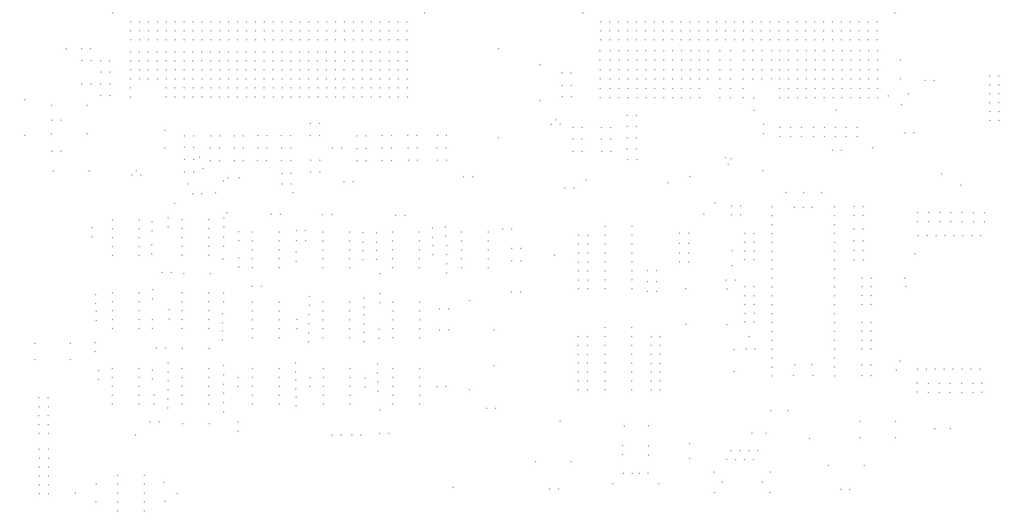
<source format=gbo>
%TF.GenerationSoftware,KiCad,Pcbnew,7.0.5*%
%TF.CreationDate,2023-10-26T11:03:58-04:00*%
%TF.ProjectId,selftest_bd,73656c66-7465-4737-945f-62642e6b6963,2.0*%
%TF.SameCoordinates,Original*%
%TF.FileFunction,Legend,Bot*%
%TF.FilePolarity,Positive*%
%FSLAX46Y46*%
G04 Gerber Fmt 4.6, Leading zero omitted, Abs format (unit mm)*
G04 Created by KiCad (PCBNEW 7.0.5) date 2023-10-26 11:03:58*
%MOMM*%
%LPD*%
G01*
G04 APERTURE LIST*
%ADD10C,0.350000*%
G04 APERTURE END LIST*
D10*
X262941000Y-101922000D03*
X264338000Y-78173000D03*
X267259000Y-71315000D03*
X261925000Y-104462000D03*
X264592000Y-80662200D03*
X263372800Y-28770000D03*
X196901000Y-50995000D03*
X71044000Y-59592300D03*
X69977200Y-72813600D03*
X67818200Y-53877300D03*
X59944200Y-51325200D03*
X221462800Y-30395600D03*
X221259600Y-26890400D03*
X210261400Y-56786200D03*
X207086400Y-59986600D03*
X213221100Y-43813332D03*
X223799600Y-47515200D03*
X214020600Y-45774700D03*
X214820100Y-44175700D03*
X203047800Y-49267800D03*
X70085450Y-50505750D03*
X74574600Y-49623400D03*
X265404800Y-25620400D03*
X173558400Y-50156800D03*
X71298000Y-49598000D03*
X164490600Y-71645200D03*
X56210400Y-56938600D03*
X64313000Y-46931000D03*
X44983600Y-122978600D03*
X63322400Y-43756000D03*
X114681200Y-76928400D03*
X89833833Y-53842300D03*
X205740200Y-26717200D03*
X205740200Y-24117200D03*
X91846600Y-13648665D03*
X91846600Y-16248665D03*
X63959600Y-26548665D03*
X63959600Y-23948665D03*
X243840200Y-26717200D03*
X243840200Y-24117200D03*
X238760200Y-21383200D03*
X238760200Y-18783200D03*
X122859600Y-44548665D03*
X125459600Y-44548665D03*
X215701800Y-98590000D03*
X27923500Y-139564335D03*
X254686000Y-98462200D03*
X252086000Y-98462200D03*
X66559600Y-26548665D03*
X66559600Y-23948665D03*
X248920200Y-15964065D03*
X248920200Y-13364065D03*
X86765187Y-13648665D03*
X86765187Y-16248665D03*
X48559600Y-21348665D03*
X48559600Y-18748665D03*
X233680200Y-26717200D03*
X233680200Y-24117200D03*
X259639000Y-26230000D03*
X202717600Y-73666800D03*
X200117600Y-73666800D03*
X163063200Y-138421800D03*
X165603200Y-138421800D03*
X74422200Y-67560400D03*
X74422200Y-64960400D03*
X185237800Y-38176065D03*
X187837800Y-38176065D03*
X110115200Y-93726200D03*
X110115200Y-96326200D03*
X69828200Y-88398400D03*
X69828200Y-90998400D03*
X121772400Y-60367600D03*
X119172400Y-60367600D03*
X247641200Y-37784065D03*
X247641200Y-35184065D03*
X48644022Y-13648665D03*
X48644022Y-16248665D03*
X61351077Y-13648665D03*
X61351077Y-16248665D03*
X202997000Y-125417000D03*
X191313000Y-120337000D03*
X182880200Y-21383200D03*
X182880200Y-18783200D03*
X185420200Y-21383200D03*
X185420200Y-18783200D03*
X91851005Y-18748665D03*
X91851005Y-21348665D03*
X215981000Y-78808000D03*
X213381000Y-78808000D03*
X211582200Y-15964065D03*
X211582200Y-13364065D03*
X29739600Y-16178665D03*
X32339600Y-16178665D03*
X193552800Y-76115600D03*
X190952800Y-76115600D03*
X182831200Y-26717200D03*
X182831200Y-24117200D03*
X271120600Y-62074000D03*
X271120600Y-59474000D03*
X125948400Y-75221600D03*
X125948400Y-72681600D03*
X125948400Y-70141600D03*
X125948400Y-67601600D03*
X125948400Y-65061600D03*
X118328400Y-65061600D03*
X118328400Y-67601600D03*
X118328400Y-70141600D03*
X118328400Y-72681600D03*
X118328400Y-75221600D03*
X187888600Y-44449865D03*
X185288600Y-44449865D03*
X248920200Y-21383200D03*
X248920200Y-18783200D03*
X180331200Y-21383200D03*
X180331200Y-18783200D03*
X117959600Y-37548665D03*
X115359600Y-37548665D03*
X33723500Y-142164335D03*
X58849600Y-16248665D03*
X58849600Y-13648665D03*
X133742200Y-68921800D03*
X133742200Y-71521800D03*
X126015200Y-114226200D03*
X126015200Y-111686200D03*
X126015200Y-109146200D03*
X126015200Y-106606200D03*
X126015200Y-104066200D03*
X118395200Y-104066200D03*
X118395200Y-106606200D03*
X118395200Y-109146200D03*
X118395200Y-111686200D03*
X118395200Y-114226200D03*
X218757210Y-70463210D03*
X221357210Y-70463210D03*
X89439600Y-51358665D03*
X86839600Y-51358665D03*
X246380200Y-15964065D03*
X246380200Y-13364065D03*
X200660200Y-21383200D03*
X200660200Y-18783200D03*
X54337600Y-63610600D03*
X54337600Y-61010600D03*
X283767800Y-108245000D03*
X283767800Y-110845000D03*
X68975310Y-13648665D03*
X68975310Y-16248665D03*
X173958600Y-68581800D03*
X171358600Y-68581800D03*
X202717600Y-71096800D03*
X200117600Y-71096800D03*
X54661000Y-89887000D03*
X54661000Y-87287000D03*
X112166600Y-18748665D03*
X112166600Y-21348665D03*
X81682365Y-13648665D03*
X81682365Y-16248665D03*
X252457210Y-60363210D03*
X249857210Y-60363210D03*
X97559600Y-47948665D03*
X94959600Y-47948665D03*
X173958600Y-71081800D03*
X171358600Y-71081800D03*
X119859600Y-13648665D03*
X119859600Y-16248665D03*
X218757210Y-83263210D03*
X221357210Y-83263210D03*
X66025200Y-98276200D03*
X58405200Y-98276200D03*
X212268000Y-136339000D03*
X223698000Y-136339000D03*
X213538000Y-129989000D03*
X214808000Y-127449000D03*
X216078000Y-129989000D03*
X217348000Y-127449000D03*
X218618000Y-129989000D03*
X219888000Y-127449000D03*
X221158000Y-129989000D03*
X222428000Y-127449000D03*
X209958000Y-133589000D03*
X210068000Y-139389000D03*
X225898000Y-139389000D03*
X226008000Y-133589000D03*
X84223776Y-13648665D03*
X84223776Y-16248665D03*
X256540200Y-15964065D03*
X256540200Y-13364065D03*
X117959600Y-44648665D03*
X115359600Y-44648665D03*
X122352000Y-5165335D03*
X119812000Y-5165335D03*
X117272000Y-5165335D03*
X114732000Y-5165335D03*
X112192000Y-5165335D03*
X109652000Y-5165335D03*
X107112000Y-5165335D03*
X104572000Y-5165335D03*
X102032000Y-5165335D03*
X99492000Y-5165335D03*
X96952000Y-5165335D03*
X94412000Y-5165335D03*
X91872000Y-5165335D03*
X89332000Y-5165335D03*
X86792000Y-5165335D03*
X84252000Y-5165335D03*
X81712000Y-5165335D03*
X79172000Y-5165335D03*
X76632000Y-5165335D03*
X74092000Y-5165335D03*
X71552000Y-5165335D03*
X69012000Y-5165335D03*
X66472000Y-5165335D03*
X63932000Y-5165335D03*
X61392000Y-5165335D03*
X58852000Y-5165335D03*
X56312000Y-5165335D03*
X53772000Y-5165335D03*
X51232000Y-5165335D03*
X48692000Y-5165335D03*
X46152000Y-5165335D03*
X43612000Y-5165335D03*
X122352000Y-7705335D03*
X119812000Y-7705335D03*
X117272000Y-7705335D03*
X114732000Y-7705335D03*
X112192000Y-7705335D03*
X109652000Y-7705335D03*
X107112000Y-7705335D03*
X104572000Y-7705335D03*
X102032000Y-7705335D03*
X99492000Y-7705335D03*
X96952000Y-7705335D03*
X94412000Y-7705335D03*
X91872000Y-7705335D03*
X89332000Y-7705335D03*
X86792000Y-7705335D03*
X84252000Y-7705335D03*
X81712000Y-7705335D03*
X79172000Y-7705335D03*
X76632000Y-7705335D03*
X74092000Y-7705335D03*
X71552000Y-7705335D03*
X69012000Y-7705335D03*
X66472000Y-7705335D03*
X63932000Y-7705335D03*
X61392000Y-7705335D03*
X58852000Y-7705335D03*
X56312000Y-7705335D03*
X53772000Y-7705335D03*
X51232000Y-7705335D03*
X48692000Y-7705335D03*
X46152000Y-7705335D03*
X43612000Y-7705335D03*
X122352000Y-10245335D03*
X119812000Y-10245335D03*
X117272000Y-10245335D03*
X114732000Y-10245335D03*
X112192000Y-10245335D03*
X109652000Y-10245335D03*
X107112000Y-10245335D03*
X104572000Y-10245335D03*
X102032000Y-10245335D03*
X99492000Y-10245335D03*
X96952000Y-10245335D03*
X94412000Y-10245335D03*
X91872000Y-10245335D03*
X89332000Y-10245335D03*
X86792000Y-10245335D03*
X84252000Y-10245335D03*
X81712000Y-10245335D03*
X79172000Y-10245335D03*
X76632000Y-10245335D03*
X74092000Y-10245335D03*
X71552000Y-10245335D03*
X69012000Y-10245335D03*
X66472000Y-10245335D03*
X63932000Y-10245335D03*
X61392000Y-10245335D03*
X58852000Y-10245335D03*
X56312000Y-10245335D03*
X53772000Y-10245335D03*
X51232000Y-10245335D03*
X48692000Y-10245335D03*
X46152000Y-10245335D03*
X43612000Y-10245335D03*
X127432000Y-2625335D03*
X38532000Y-2625335D03*
X110115200Y-86526200D03*
X110115200Y-83926200D03*
X89369600Y-48278665D03*
X86769600Y-48278665D03*
X53726844Y-13648665D03*
X53726844Y-16248665D03*
X205740200Y-15964065D03*
X205740200Y-13364065D03*
X108059600Y-37648665D03*
X110659600Y-37648665D03*
X131695600Y-86975400D03*
X134295600Y-86975400D03*
X104459600Y-18748665D03*
X104459600Y-21348665D03*
X236220200Y-26717200D03*
X236220200Y-24117200D03*
X198120200Y-26717200D03*
X198120200Y-24117200D03*
X244811200Y-30294000D03*
X63892488Y-13648665D03*
X63892488Y-16248665D03*
X288509600Y-28185800D03*
X291109600Y-28185800D03*
X288569600Y-23105800D03*
X291169600Y-23105800D03*
X58859600Y-21348665D03*
X58859600Y-18748665D03*
X169743800Y-42087665D03*
X172343800Y-42087665D03*
X230391400Y-53826600D03*
X25269600Y-12818665D03*
X17597800Y-137228000D03*
X20197800Y-137228000D03*
X254000200Y-26717200D03*
X254000200Y-24117200D03*
X208331000Y-15996265D03*
X208331000Y-13396265D03*
X51765200Y-119276200D03*
X49165200Y-119276200D03*
X102006600Y-18748665D03*
X102006600Y-21348665D03*
X231140200Y-26717200D03*
X231140200Y-24117200D03*
X54280000Y-107530800D03*
X54280000Y-110130800D03*
X251460200Y-26717200D03*
X251460200Y-24117200D03*
X79156530Y-18748665D03*
X79156530Y-21348665D03*
X46150895Y-18748665D03*
X46150895Y-21348665D03*
X203200200Y-21383200D03*
X203200200Y-18783200D03*
X93451400Y-64634800D03*
X90851400Y-64634800D03*
X195580200Y-26717200D03*
X195580200Y-24117200D03*
X102006600Y-13648665D03*
X102006600Y-16248665D03*
X74066600Y-18748665D03*
X74066600Y-21348665D03*
X261671000Y-123766000D03*
X251511000Y-123766000D03*
X288509600Y-25645800D03*
X291109600Y-25645800D03*
X43599600Y-16248665D03*
X43599600Y-13648665D03*
X252457210Y-57763210D03*
X249857210Y-57763210D03*
X221437000Y-88273000D03*
X218837000Y-88273000D03*
X147215200Y-103186200D03*
X147215200Y-93026200D03*
X187960200Y-26717200D03*
X187960200Y-24117200D03*
X17657800Y-129608000D03*
X20257800Y-129608000D03*
X79859600Y-41048665D03*
X82459600Y-41048665D03*
X35049600Y-16218665D03*
X37649600Y-16218665D03*
X66462055Y-18748665D03*
X66462055Y-21348665D03*
X43586600Y-23948665D03*
X43586600Y-26548665D03*
X170007000Y-52442800D03*
X167407000Y-52442800D03*
X277520600Y-62074000D03*
X277520600Y-59474000D03*
X166561200Y-19664065D03*
X169161200Y-19664065D03*
X205740200Y-21383200D03*
X205740200Y-18783200D03*
X200660200Y-15964065D03*
X200660200Y-13364065D03*
X277267800Y-110845000D03*
X277267800Y-108245000D03*
X17572400Y-114952200D03*
X20172400Y-114952200D03*
X194636200Y-105051600D03*
X192036200Y-105051600D03*
X177531200Y-21383200D03*
X177531200Y-18783200D03*
X94859600Y-37548665D03*
X97459600Y-37548665D03*
X238760200Y-15964065D03*
X238760200Y-13364065D03*
X21056800Y-37050400D03*
X31216800Y-37050400D03*
X47513500Y-144654335D03*
X47513500Y-142114335D03*
X47513500Y-139574335D03*
X47513500Y-137034335D03*
X47513500Y-134494335D03*
X39893500Y-134494335D03*
X39893500Y-137034335D03*
X39893500Y-139574335D03*
X39893500Y-142114335D03*
X39893500Y-144654335D03*
X177831200Y-38574065D03*
X180431200Y-38574065D03*
X195580200Y-15964065D03*
X195580200Y-13364065D03*
X53391000Y-36009000D03*
X256387800Y-5165335D03*
X253847800Y-5165335D03*
X251307800Y-5165335D03*
X248767800Y-5165335D03*
X246227800Y-5165335D03*
X243687800Y-5165335D03*
X241147800Y-5165335D03*
X238607800Y-5165335D03*
X236067800Y-5165335D03*
X233527800Y-5165335D03*
X230987800Y-5165335D03*
X228447800Y-5165335D03*
X225907800Y-5165335D03*
X223367800Y-5165335D03*
X220827800Y-5165335D03*
X218287800Y-5165335D03*
X215747800Y-5165335D03*
X213207800Y-5165335D03*
X210667800Y-5165335D03*
X208127800Y-5165335D03*
X205587800Y-5165335D03*
X203047800Y-5165335D03*
X200507800Y-5165335D03*
X197967800Y-5165335D03*
X195427800Y-5165335D03*
X192887800Y-5165335D03*
X190347800Y-5165335D03*
X187807800Y-5165335D03*
X185267800Y-5165335D03*
X182727800Y-5165335D03*
X180187800Y-5165335D03*
X177647800Y-5165335D03*
X256387800Y-7705335D03*
X253847800Y-7705335D03*
X251307800Y-7705335D03*
X248767800Y-7705335D03*
X246227800Y-7705335D03*
X243687800Y-7705335D03*
X241147800Y-7705335D03*
X238607800Y-7705335D03*
X236067800Y-7705335D03*
X233527800Y-7705335D03*
X230987800Y-7705335D03*
X228447800Y-7705335D03*
X225907800Y-7705335D03*
X223367800Y-7705335D03*
X220827800Y-7705335D03*
X218287800Y-7705335D03*
X215747800Y-7705335D03*
X213207800Y-7705335D03*
X210667800Y-7705335D03*
X208127800Y-7705335D03*
X205587800Y-7705335D03*
X203047800Y-7705335D03*
X200507800Y-7705335D03*
X197967800Y-7705335D03*
X195427800Y-7705335D03*
X192887800Y-7705335D03*
X190347800Y-7705335D03*
X187807800Y-7705335D03*
X185267800Y-7705335D03*
X182727800Y-7705335D03*
X180187800Y-7705335D03*
X177647800Y-7705335D03*
X256387800Y-10245335D03*
X253847800Y-10245335D03*
X251307800Y-10245335D03*
X248767800Y-10245335D03*
X246227800Y-10245335D03*
X243687800Y-10245335D03*
X241147800Y-10245335D03*
X238607800Y-10245335D03*
X236067800Y-10245335D03*
X233527800Y-10245335D03*
X230987800Y-10245335D03*
X228447800Y-10245335D03*
X225907800Y-10245335D03*
X223367800Y-10245335D03*
X220827800Y-10245335D03*
X218287800Y-10245335D03*
X215747800Y-10245335D03*
X213207800Y-10245335D03*
X210667800Y-10245335D03*
X208127800Y-10245335D03*
X205587800Y-10245335D03*
X203047800Y-10245335D03*
X200507800Y-10245335D03*
X197967800Y-10245335D03*
X195427800Y-10245335D03*
X192887800Y-10245335D03*
X190347800Y-10245335D03*
X187807800Y-10245335D03*
X185267800Y-10245335D03*
X182727800Y-10245335D03*
X180187800Y-10245335D03*
X177647800Y-10245335D03*
X261467800Y-2625335D03*
X172567800Y-2625335D03*
X215701800Y-104889200D03*
X86015200Y-75196200D03*
X86015200Y-72656200D03*
X86015200Y-70116200D03*
X86015200Y-67576200D03*
X86015200Y-65036200D03*
X78395200Y-65036200D03*
X78395200Y-67576200D03*
X78395200Y-70116200D03*
X78395200Y-72656200D03*
X78395200Y-75196200D03*
X76599543Y-13648665D03*
X76599543Y-16248665D03*
X122659600Y-37448665D03*
X125259600Y-37448665D03*
X86773215Y-18748665D03*
X86773215Y-21348665D03*
X163550800Y-34358000D03*
X164820800Y-33088000D03*
X166090800Y-34358000D03*
X246283200Y-41698600D03*
X243683200Y-41698600D03*
X70155000Y-113792000D03*
X70155000Y-116392000D03*
X90779800Y-70857800D03*
X90779800Y-73457800D03*
X114759600Y-18748665D03*
X114759600Y-21348665D03*
X203200200Y-26717200D03*
X203200200Y-24117200D03*
X113741400Y-67916000D03*
X113741400Y-65316000D03*
X185187000Y-31775265D03*
X187787000Y-31775265D03*
X187812400Y-41401865D03*
X185212400Y-41401865D03*
X117359600Y-18748665D03*
X117359600Y-21348665D03*
X186588600Y-81271800D03*
X186588600Y-78731800D03*
X186588600Y-76191800D03*
X186588600Y-73651800D03*
X186588600Y-71111800D03*
X186588600Y-68571800D03*
X186588600Y-66031800D03*
X186588600Y-63491800D03*
X178968600Y-63491800D03*
X178968600Y-66031800D03*
X178968600Y-68571800D03*
X178968600Y-71111800D03*
X178968600Y-73651800D03*
X178968600Y-76191800D03*
X178968600Y-78731800D03*
X178968600Y-81271800D03*
X54280000Y-105101600D03*
X54280000Y-102501600D03*
X254686000Y-85762200D03*
X252086000Y-85762200D03*
X107039600Y-13648665D03*
X107039600Y-16248665D03*
X214905000Y-57599000D03*
X217505000Y-57599000D03*
X186436200Y-110151600D03*
X186436200Y-107611600D03*
X186436200Y-105071600D03*
X186436200Y-102531600D03*
X186436200Y-99991600D03*
X186436200Y-97451600D03*
X186436200Y-94911600D03*
X186436200Y-92371600D03*
X178816200Y-92371600D03*
X178816200Y-94911600D03*
X178816200Y-97451600D03*
X178816200Y-99991600D03*
X178816200Y-102531600D03*
X178816200Y-105071600D03*
X178816200Y-107611600D03*
X178816200Y-110151600D03*
X231111000Y-116019000D03*
X226111000Y-116019000D03*
X198120200Y-21383200D03*
X198120200Y-18783200D03*
X114415200Y-92826200D03*
X114415200Y-95426200D03*
X173836200Y-105051600D03*
X171236200Y-105051600D03*
X79759600Y-44648665D03*
X82359600Y-44648665D03*
X254686000Y-95962200D03*
X252086000Y-95962200D03*
X218186200Y-21383200D03*
X218186200Y-18783200D03*
X219888000Y-94937000D03*
X97559600Y-44548665D03*
X94959600Y-44548665D03*
X50215200Y-114126200D03*
X50215200Y-111526200D03*
X94615200Y-83426200D03*
X94615200Y-86026200D03*
X119959600Y-18748665D03*
X119959600Y-21348665D03*
X89259600Y-44648665D03*
X86659600Y-44648665D03*
X93476800Y-67555800D03*
X90876800Y-67555800D03*
X254686000Y-80662200D03*
X252086000Y-80662200D03*
X112259600Y-26548665D03*
X112259600Y-23948665D03*
X46085200Y-71756200D03*
X46085200Y-69216200D03*
X46085200Y-66676200D03*
X46085200Y-64136200D03*
X46085200Y-61596200D03*
X38465200Y-61596200D03*
X38465200Y-64136200D03*
X38465200Y-66676200D03*
X38465200Y-69216200D03*
X38465200Y-71756200D03*
X81695425Y-18748665D03*
X81695425Y-21348665D03*
X254000200Y-15964065D03*
X254000200Y-13364065D03*
X99467690Y-18748665D03*
X99467690Y-21348665D03*
X201854000Y-91381000D03*
X201854000Y-81221000D03*
X173958600Y-65981800D03*
X171358600Y-65981800D03*
X177531200Y-26717200D03*
X177531200Y-24117200D03*
X80903800Y-80586000D03*
X78303800Y-80586000D03*
X129794200Y-68897400D03*
X129794200Y-71497400D03*
X23779200Y-33189600D03*
X21179200Y-33189600D03*
X254686000Y-90862200D03*
X252086000Y-90862200D03*
X177831200Y-35274065D03*
X180431200Y-35274065D03*
X148539400Y-38142600D03*
X148539400Y-12742600D03*
X68986600Y-23948665D03*
X68986600Y-26548665D03*
X112159600Y-13648665D03*
X112159600Y-16248665D03*
X246380200Y-26717200D03*
X246380200Y-24117200D03*
X173836200Y-110151600D03*
X171236200Y-110151600D03*
X101011400Y-123004000D03*
X103611400Y-123004000D03*
X267867800Y-110745000D03*
X267867800Y-108145000D03*
X211582200Y-26717200D03*
X211582200Y-24117200D03*
X130915200Y-109226200D03*
X133515200Y-109226200D03*
X185187000Y-34950265D03*
X187787000Y-34950265D03*
X198120200Y-15964065D03*
X198120200Y-13364065D03*
X194636200Y-99951600D03*
X192036200Y-99951600D03*
X194636200Y-94951600D03*
X192036200Y-94951600D03*
X113970000Y-102654000D03*
X113970000Y-105254000D03*
X89306600Y-13648665D03*
X89306600Y-16248665D03*
X66359600Y-44748665D03*
X68959600Y-44748665D03*
X172291200Y-38484065D03*
X169691200Y-38484065D03*
X173836200Y-102451600D03*
X171236200Y-102451600D03*
X283920600Y-62174000D03*
X283920600Y-59574000D03*
X185420200Y-15964065D03*
X185420200Y-13364065D03*
X263131200Y-16054065D03*
X86015200Y-114226200D03*
X86015200Y-111686200D03*
X86015200Y-109146200D03*
X86015200Y-106606200D03*
X86015200Y-104066200D03*
X78395200Y-104066200D03*
X78395200Y-106606200D03*
X78395200Y-109146200D03*
X78395200Y-111686200D03*
X78395200Y-114226200D03*
X220980200Y-21383200D03*
X220980200Y-18783200D03*
X228600200Y-21383200D03*
X228600200Y-18783200D03*
X58959600Y-37648665D03*
X61559600Y-37648665D03*
X37729600Y-26138665D03*
X35129600Y-26138665D03*
X70205800Y-63598000D03*
X70205800Y-60998000D03*
X46085200Y-92616200D03*
X46085200Y-90076200D03*
X46085200Y-87536200D03*
X46085200Y-84996200D03*
X46085200Y-82456200D03*
X38465200Y-82456200D03*
X38465200Y-84996200D03*
X38465200Y-87536200D03*
X38465200Y-90076200D03*
X38465200Y-92616200D03*
X231781200Y-37784065D03*
X231781200Y-35184065D03*
X180340200Y-15964065D03*
X180340200Y-13364065D03*
X154892200Y-73271800D03*
X152292200Y-73271800D03*
X117175000Y-122597600D03*
X114575000Y-122597600D03*
X58859600Y-26548665D03*
X58859600Y-23948665D03*
X99559600Y-23948665D03*
X99559600Y-26548665D03*
X274320600Y-62074000D03*
X274320600Y-59474000D03*
X122359600Y-13648665D03*
X122359600Y-16248665D03*
X252457210Y-70363210D03*
X249857210Y-70363210D03*
X86893600Y-23948665D03*
X86893600Y-26548665D03*
X272923200Y-121175200D03*
X119959600Y-23948665D03*
X119959600Y-26548665D03*
X166661200Y-23234065D03*
X169261200Y-23234065D03*
X106015200Y-75221600D03*
X106015200Y-72681600D03*
X106015200Y-70141600D03*
X106015200Y-67601600D03*
X106015200Y-65061600D03*
X98395200Y-65061600D03*
X98395200Y-67601600D03*
X98395200Y-70141600D03*
X98395200Y-72681600D03*
X98395200Y-75221600D03*
X254686000Y-93362200D03*
X252086000Y-93362200D03*
X46015200Y-114226200D03*
X46015200Y-111686200D03*
X46015200Y-109146200D03*
X46015200Y-106606200D03*
X46015200Y-104066200D03*
X38395200Y-104066200D03*
X38395200Y-106606200D03*
X38395200Y-109146200D03*
X38395200Y-111686200D03*
X38395200Y-114226200D03*
X74315200Y-109176200D03*
X74315200Y-106576200D03*
X220777000Y-122496000D03*
X101159600Y-41148665D03*
X103759600Y-41148665D03*
X241300200Y-26717200D03*
X241300200Y-24117200D03*
X214630200Y-21383200D03*
X214630200Y-18783200D03*
X106215200Y-114226200D03*
X106215200Y-111686200D03*
X106215200Y-109146200D03*
X106215200Y-106606200D03*
X106215200Y-104066200D03*
X98595200Y-104066200D03*
X98595200Y-106606200D03*
X98595200Y-109146200D03*
X98595200Y-111686200D03*
X98595200Y-114226200D03*
X76617635Y-18748665D03*
X76617635Y-21348665D03*
X17597800Y-127068000D03*
X20197800Y-127068000D03*
X86015200Y-95226200D03*
X86015200Y-92686200D03*
X86015200Y-90146200D03*
X86015200Y-87606200D03*
X86015200Y-85066200D03*
X78395200Y-85066200D03*
X78395200Y-87606200D03*
X78395200Y-90146200D03*
X78395200Y-92686200D03*
X78395200Y-95226200D03*
X194636200Y-97451600D03*
X192036200Y-97451600D03*
X117359600Y-13648665D03*
X117359600Y-16248665D03*
X228600200Y-26717200D03*
X228600200Y-24117200D03*
X224841000Y-122496000D03*
X32229600Y-12788665D03*
X29629600Y-12788665D03*
X141178000Y-49369400D03*
X138578000Y-49369400D03*
X31801000Y-47693000D03*
X21641000Y-47693000D03*
X29689600Y-22838665D03*
X32289600Y-22838665D03*
X135585400Y-137913800D03*
X94815200Y-109226200D03*
X94815200Y-106626200D03*
X89359600Y-23948665D03*
X89359600Y-26548665D03*
X110215200Y-88726200D03*
X110215200Y-91326200D03*
X51259600Y-21348665D03*
X51259600Y-18748665D03*
X114759600Y-13648665D03*
X114759600Y-16248665D03*
X84353600Y-23948665D03*
X84353600Y-26548665D03*
X288509600Y-20565800D03*
X291109600Y-20565800D03*
X195580200Y-21383200D03*
X195580200Y-18783200D03*
X252437000Y-67623000D03*
X249837000Y-67623000D03*
X17572400Y-122572200D03*
X20172400Y-122572200D03*
X191278400Y-128715065D03*
X191278400Y-126115065D03*
X104559600Y-13648665D03*
X104559600Y-16248665D03*
X241300200Y-15964065D03*
X241300200Y-13364065D03*
X223520200Y-15964065D03*
X223520200Y-13364065D03*
X114706600Y-115917400D03*
X37749600Y-19478665D03*
X35149600Y-19478665D03*
X94365200Y-96426200D03*
X94365200Y-93826200D03*
X133559600Y-41048665D03*
X130959600Y-41048665D03*
X53746600Y-23948665D03*
X53746600Y-26548665D03*
X286309000Y-108191200D03*
X286309000Y-110791200D03*
X70155000Y-111092000D03*
X70155000Y-108492000D03*
X224053600Y-36978800D03*
X224053600Y-34378800D03*
X55225200Y-76626200D03*
X52625200Y-76626200D03*
X226314200Y-21334865D03*
X226314200Y-18734865D03*
X177431200Y-15964065D03*
X177431200Y-13364065D03*
X194636200Y-107551600D03*
X192036200Y-107551600D03*
X61389600Y-26548665D03*
X61389600Y-23948665D03*
X182880200Y-15964065D03*
X182880200Y-13364065D03*
X83684000Y-59961200D03*
X86284000Y-59961200D03*
X94386600Y-13648665D03*
X94386600Y-16248665D03*
X13513000Y-37482200D03*
X13513000Y-27322200D03*
X114681200Y-85213400D03*
X114681200Y-82613400D03*
X254686000Y-102991990D03*
X252086000Y-102991990D03*
X234941200Y-37784065D03*
X234941200Y-35184065D03*
X84234320Y-18748665D03*
X84234320Y-21348665D03*
X56306475Y-18748665D03*
X56306475Y-21348665D03*
X218637000Y-72963210D03*
X221237000Y-72963210D03*
X193040200Y-21383200D03*
X193040200Y-18783200D03*
X183848400Y-128555065D03*
X183848400Y-125955065D03*
X208178600Y-21383200D03*
X208178600Y-18783200D03*
X166040000Y-119016200D03*
X169164200Y-130598600D03*
X159004200Y-130598600D03*
X154792400Y-82211600D03*
X152192400Y-82211600D03*
X251460200Y-15964065D03*
X251460200Y-13364065D03*
X243840200Y-21383200D03*
X243840200Y-18783200D03*
X66375200Y-76926200D03*
X58755200Y-76926200D03*
X173836200Y-107551600D03*
X171236200Y-107551600D03*
X109559600Y-26548665D03*
X109559600Y-23948665D03*
X202717600Y-65396800D03*
X200117600Y-65396800D03*
X109659600Y-18748665D03*
X109659600Y-21348665D03*
X56268255Y-13648665D03*
X56268255Y-16248665D03*
X109275600Y-123004000D03*
X106675600Y-123004000D03*
X49715200Y-62176200D03*
X49715200Y-64776200D03*
X173836200Y-100051600D03*
X171236200Y-100051600D03*
X96928795Y-18748665D03*
X96928795Y-21348665D03*
X61306600Y-54144600D03*
X63906600Y-54144600D03*
X184138400Y-133885065D03*
X186638400Y-133885065D03*
X188638400Y-133885065D03*
X191138400Y-133885065D03*
X181068400Y-136885065D03*
X194208400Y-136885065D03*
X193552800Y-79175600D03*
X190952800Y-79175600D03*
X69000950Y-18748665D03*
X69000950Y-21348665D03*
X268135600Y-66085600D03*
X270675600Y-66085600D03*
X273215600Y-66085600D03*
X275755600Y-66085600D03*
X278295600Y-66085600D03*
X280835600Y-66085600D03*
X283375600Y-66085600D03*
X285915600Y-66085600D03*
X35079600Y-22838665D03*
X37679600Y-22838665D03*
X79859600Y-37548665D03*
X82459600Y-37548665D03*
X280720600Y-62074000D03*
X280720600Y-59474000D03*
X220980200Y-15964065D03*
X220980200Y-13364065D03*
X190500200Y-21383200D03*
X190500200Y-18783200D03*
X133659600Y-44548665D03*
X131059600Y-44548665D03*
X250761200Y-37784065D03*
X250761200Y-35184065D03*
X190500200Y-15964065D03*
X190500200Y-13364065D03*
X91846600Y-23948665D03*
X91846600Y-26548665D03*
X66559600Y-37648665D03*
X69159600Y-37648665D03*
X53023500Y-136564335D03*
X287020600Y-62174000D03*
X287020600Y-59574000D03*
X91075200Y-92696200D03*
X91075200Y-90096200D03*
X270150000Y-21785000D03*
X272750000Y-21785000D03*
X17597800Y-139768000D03*
X20197800Y-139768000D03*
X126015200Y-95226200D03*
X126015200Y-92686200D03*
X126015200Y-90146200D03*
X126015200Y-87606200D03*
X126015200Y-85066200D03*
X118395200Y-85066200D03*
X118395200Y-87606200D03*
X118395200Y-90146200D03*
X118395200Y-92686200D03*
X118395200Y-95226200D03*
X194636200Y-102551600D03*
X192036200Y-102551600D03*
X173958600Y-76181800D03*
X171358600Y-76181800D03*
X218757210Y-90763210D03*
X221357210Y-90763210D03*
X75759600Y-44748665D03*
X73159600Y-44748665D03*
X254686000Y-83162200D03*
X252086000Y-83162200D03*
X228771200Y-37784065D03*
X228771200Y-35184065D03*
X122559600Y-23948665D03*
X122559600Y-26548665D03*
X99466600Y-13648665D03*
X99466600Y-16248665D03*
X100969800Y-60113600D03*
X98369800Y-60113600D03*
X108159600Y-41248665D03*
X110759600Y-41248665D03*
X254000200Y-21383200D03*
X254000200Y-18783200D03*
X53565200Y-98176200D03*
X50965200Y-98176200D03*
X254686000Y-106062200D03*
X252086000Y-106062200D03*
X53423500Y-141964335D03*
X74066600Y-23948665D03*
X74066600Y-26548665D03*
X102059600Y-23948665D03*
X102059600Y-26548665D03*
X233680200Y-15964065D03*
X233680200Y-13364065D03*
X194636200Y-110151600D03*
X192036200Y-110151600D03*
X71526600Y-23948665D03*
X71526600Y-26548665D03*
X173958600Y-73681800D03*
X171358600Y-73681800D03*
X274752000Y-48455000D03*
X218757210Y-67963210D03*
X221357210Y-67963210D03*
X193040200Y-26717200D03*
X193040200Y-24117200D03*
X145542200Y-75205600D03*
X145542200Y-72665600D03*
X145542200Y-70125600D03*
X145542200Y-67585600D03*
X145542200Y-65045600D03*
X137922200Y-65045600D03*
X137922200Y-67585600D03*
X137922200Y-70125600D03*
X137922200Y-72665600D03*
X137922200Y-75205600D03*
X271067800Y-110845000D03*
X271067800Y-108245000D03*
X79146600Y-23948665D03*
X79146600Y-26548665D03*
X240551400Y-53826600D03*
X235471400Y-53826600D03*
X274167800Y-110845000D03*
X274167800Y-108245000D03*
X65938600Y-71670600D03*
X65938600Y-69130600D03*
X65938600Y-66590600D03*
X65938600Y-64050600D03*
X65938600Y-61510600D03*
X58318600Y-61510600D03*
X58318600Y-64050600D03*
X58318600Y-66590600D03*
X58318600Y-69130600D03*
X58318600Y-71670600D03*
X61559600Y-47948665D03*
X58959600Y-47948665D03*
X203331200Y-15964065D03*
X203331200Y-13364065D03*
X202997000Y-129735000D03*
X21133000Y-28897000D03*
X31293000Y-28897000D03*
X17512400Y-120032200D03*
X20112400Y-120032200D03*
X104459600Y-50748665D03*
X107059600Y-50748665D03*
X33823500Y-136964335D03*
X185420200Y-26717200D03*
X185420200Y-24117200D03*
X16306200Y-101466600D03*
X26466200Y-101466600D03*
X89159600Y-37548665D03*
X86559600Y-37548665D03*
X193552800Y-81995600D03*
X190952800Y-81995600D03*
X236220200Y-21383200D03*
X236220200Y-18783200D03*
X114071600Y-110461000D03*
X114071600Y-107861000D03*
X223520200Y-21383200D03*
X223520200Y-18783200D03*
X264379144Y-36771000D03*
X266879144Y-36771000D03*
X173836200Y-94851600D03*
X171236200Y-94851600D03*
X108159600Y-44748665D03*
X110759600Y-44748665D03*
X17597800Y-134688000D03*
X20197800Y-134688000D03*
X81686600Y-23948665D03*
X81686600Y-26548665D03*
X226314200Y-15964065D03*
X226314200Y-13364065D03*
X94859600Y-34048665D03*
X97459600Y-34048665D03*
X238277864Y-37784065D03*
X238277864Y-35184065D03*
X104459600Y-23948665D03*
X104459600Y-26548665D03*
X280567800Y-110845000D03*
X280567800Y-108245000D03*
X288569600Y-30725800D03*
X291169600Y-30725800D03*
X110515200Y-106726200D03*
X110515200Y-109326200D03*
X129667200Y-66595200D03*
X129667200Y-63995200D03*
X109871000Y-72981600D03*
X109871000Y-70381600D03*
X173836200Y-97451600D03*
X171236200Y-97451600D03*
X218757210Y-85763000D03*
X221357210Y-85763000D03*
X255244800Y-41020865D03*
X180331200Y-26717200D03*
X180331200Y-24117200D03*
X69828200Y-93298400D03*
X69828200Y-95898400D03*
X177931200Y-42074065D03*
X180531200Y-42074065D03*
X34465200Y-104576200D03*
X34465200Y-107176200D03*
X231140200Y-21383200D03*
X231140200Y-18783200D03*
X152292200Y-69771800D03*
X154892200Y-69771800D03*
X184329400Y-120414465D03*
X280289200Y-51680800D03*
X106015200Y-95226200D03*
X106015200Y-92686200D03*
X106015200Y-90146200D03*
X106015200Y-87606200D03*
X106015200Y-85066200D03*
X98395200Y-85066200D03*
X98395200Y-87606200D03*
X98395200Y-90146200D03*
X98395200Y-92686200D03*
X98395200Y-95226200D03*
X66433899Y-13648665D03*
X66433899Y-16248665D03*
X238760200Y-26717200D03*
X238760200Y-24117200D03*
X277292000Y-121226000D03*
X131695600Y-93035400D03*
X134295600Y-93035400D03*
X97059600Y-26548665D03*
X97059600Y-23948665D03*
X160426600Y-27550800D03*
X160426600Y-17390800D03*
X218757210Y-65463210D03*
X221357210Y-65463210D03*
X187960200Y-15964065D03*
X187960200Y-13364065D03*
X256540200Y-26717200D03*
X256540200Y-24117200D03*
X236220200Y-15964065D03*
X236220200Y-13364065D03*
X56286600Y-23948665D03*
X56286600Y-26548665D03*
X23779200Y-41952600D03*
X21179200Y-41952600D03*
X228600200Y-15964065D03*
X228600200Y-13364065D03*
X213665000Y-91508000D03*
X213665000Y-81348000D03*
X61384265Y-18748665D03*
X61384265Y-21348665D03*
X145125000Y-115384000D03*
X147625000Y-115384000D03*
X241421200Y-37784065D03*
X241421200Y-35184065D03*
X49665200Y-68726200D03*
X49665200Y-71326200D03*
X215176800Y-70446800D03*
X173958600Y-81281800D03*
X171358600Y-81281800D03*
X218186200Y-26717200D03*
X218186200Y-24117200D03*
X74447600Y-72458000D03*
X74447600Y-75058000D03*
X76659600Y-26548665D03*
X76659600Y-23948665D03*
X187960200Y-21383200D03*
X187960200Y-18783200D03*
X246380200Y-21383200D03*
X246380200Y-18783200D03*
X200660200Y-26717200D03*
X200660200Y-24117200D03*
X75759600Y-41148665D03*
X73159600Y-41148665D03*
X215062000Y-74617000D03*
X133381700Y-63596800D03*
X133381700Y-66196800D03*
X113741400Y-70299000D03*
X113741400Y-72899000D03*
X117359600Y-23948665D03*
X117359600Y-26548665D03*
X288569600Y-33265800D03*
X291169600Y-33265800D03*
X65928200Y-114226200D03*
X65928200Y-111686200D03*
X65928200Y-109146200D03*
X65928200Y-106606200D03*
X65928200Y-104066200D03*
X58308200Y-104066200D03*
X58308200Y-106606200D03*
X58308200Y-109146200D03*
X58308200Y-111686200D03*
X58308200Y-114226200D03*
X263131200Y-21394065D03*
X33685200Y-85516200D03*
X33685200Y-82916200D03*
X237210800Y-124045400D03*
X54254600Y-112717000D03*
X54254600Y-115317000D03*
X252457210Y-73063210D03*
X249857210Y-73063210D03*
X71539845Y-18748665D03*
X71539845Y-21348665D03*
X256540200Y-21383200D03*
X256540200Y-18783200D03*
X243840200Y-15964065D03*
X243840200Y-13364065D03*
X90615200Y-102426200D03*
X90615200Y-105026200D03*
X214630200Y-26717200D03*
X214630200Y-24117200D03*
X66040200Y-119778200D03*
X58420200Y-119778200D03*
X122459600Y-18748665D03*
X122459600Y-21348665D03*
X94389900Y-18748665D03*
X94389900Y-21348665D03*
X74168200Y-121865600D03*
X74168200Y-119265600D03*
X33782200Y-90268000D03*
X33782200Y-87668000D03*
X254686000Y-78162200D03*
X252086000Y-78162200D03*
X17512400Y-112412200D03*
X20112400Y-112412200D03*
X53391000Y-41089000D03*
X107159600Y-23948665D03*
X107159600Y-26548665D03*
X49785200Y-90026200D03*
X49785200Y-92626200D03*
X214630200Y-15964065D03*
X214630200Y-13364065D03*
X252457210Y-64273000D03*
X249857210Y-64273000D03*
X221657210Y-98463210D03*
X219057210Y-98463210D03*
X233680200Y-21383200D03*
X233680200Y-18783200D03*
X70128200Y-85098400D03*
X70128200Y-82498400D03*
X211582200Y-21383200D03*
X211582200Y-18783200D03*
X89259600Y-41148665D03*
X86659600Y-41148665D03*
X16256200Y-96816600D03*
X26416200Y-96816600D03*
X56947000Y-139641000D03*
X46129600Y-16248665D03*
X46129600Y-13648665D03*
X214905000Y-60199000D03*
X217505000Y-60199000D03*
X32515200Y-63826200D03*
X32515200Y-66426200D03*
X17512400Y-117492200D03*
X20112400Y-117492200D03*
X117959600Y-41148665D03*
X115359600Y-41148665D03*
X109647766Y-13648665D03*
X109647766Y-16248665D03*
X51185433Y-13648665D03*
X51185433Y-16248665D03*
X90815200Y-114726200D03*
X90815200Y-112126200D03*
X49865200Y-84126200D03*
X49865200Y-81526200D03*
X66359600Y-41148665D03*
X68959600Y-41148665D03*
X190500200Y-26717200D03*
X190500200Y-24117200D03*
X33515200Y-99226200D03*
X33515200Y-96626200D03*
X172361200Y-35204065D03*
X169761200Y-35204065D03*
X166661200Y-26484065D03*
X169261200Y-26484065D03*
X244531200Y-37784065D03*
X244531200Y-35184065D03*
X89312110Y-18748665D03*
X89312110Y-21348665D03*
X58959600Y-40848665D03*
X61559600Y-40848665D03*
X74058132Y-13648665D03*
X74058132Y-16248665D03*
X202717600Y-68316800D03*
X200117600Y-68316800D03*
X173958600Y-78781800D03*
X171358600Y-78781800D03*
X238107000Y-105983000D03*
X237807000Y-102953000D03*
X232957000Y-102953000D03*
X232657000Y-105983000D03*
X244272000Y-106113000D03*
X244272000Y-103573000D03*
X244272000Y-101033000D03*
X244272000Y-98493000D03*
X244272000Y-95953000D03*
X244272000Y-93413000D03*
X244272000Y-90873000D03*
X244272000Y-88333000D03*
X244272000Y-85793000D03*
X244272000Y-83253000D03*
X244272000Y-80713000D03*
X244272000Y-78173000D03*
X244272000Y-75633000D03*
X244272000Y-73093000D03*
X244272000Y-70553000D03*
X244272000Y-68013000D03*
X244272000Y-65473000D03*
X244272000Y-62933000D03*
X244272000Y-60393000D03*
X244272000Y-57853000D03*
X226492000Y-57853000D03*
X226492000Y-60393000D03*
X226492000Y-62933000D03*
X226492000Y-65473000D03*
X226492000Y-68013000D03*
X226492000Y-70553000D03*
X226492000Y-73093000D03*
X226492000Y-75633000D03*
X226492000Y-78173000D03*
X226492000Y-80713000D03*
X226492000Y-83253000D03*
X226492000Y-85793000D03*
X226492000Y-88333000D03*
X226492000Y-90873000D03*
X226492000Y-93413000D03*
X226492000Y-95953000D03*
X226492000Y-98493000D03*
X226492000Y-101033000D03*
X226492000Y-103573000D03*
X226492000Y-106113000D03*
X237922000Y-58083000D03*
X235382000Y-58083000D03*
X232842000Y-58083000D03*
X43993000Y-48836000D03*
X45263000Y-47566000D03*
X46533000Y-48836000D03*
X122759600Y-41048665D03*
X125359600Y-41048665D03*
X231140200Y-15964065D03*
X231140200Y-13364065D03*
X49815200Y-104426200D03*
X49815200Y-107026200D03*
X61559600Y-44348665D03*
X58959600Y-44348665D03*
X152242200Y-64221800D03*
X149642200Y-64221800D03*
X251460200Y-21383200D03*
X251460200Y-18783200D03*
X70180400Y-69109800D03*
X70180400Y-66509800D03*
X193040200Y-15964065D03*
X193040200Y-13364065D03*
X75759600Y-37648665D03*
X73159600Y-37648665D03*
X65928200Y-92616200D03*
X65928200Y-90076200D03*
X65928200Y-87536200D03*
X65928200Y-84996200D03*
X65928200Y-82456200D03*
X58308200Y-82456200D03*
X58308200Y-84996200D03*
X58308200Y-87536200D03*
X58308200Y-90076200D03*
X58308200Y-92616200D03*
X70155000Y-105792000D03*
X70155000Y-103192000D03*
X140215200Y-110026200D03*
X140215200Y-84626200D03*
X96926600Y-13648665D03*
X96926600Y-16248665D03*
X79140954Y-13648665D03*
X79140954Y-16248665D03*
X133742200Y-76721800D03*
X133742200Y-74121800D03*
X90715200Y-107226200D03*
X90715200Y-109826200D03*
X71516721Y-13648665D03*
X71516721Y-16248665D03*
X109811000Y-67861600D03*
X109811000Y-65261600D03*
X218440200Y-15964065D03*
X218440200Y-13364065D03*
X133659600Y-37448665D03*
X131059600Y-37448665D03*
X63923160Y-18748665D03*
X63923160Y-21348665D03*
X53767580Y-18748665D03*
X53767580Y-21348665D03*
X246045000Y-138523400D03*
X248585000Y-138523400D03*
X252806400Y-131741600D03*
X242646400Y-131741600D03*
X43612000Y-18748665D03*
X43612000Y-21348665D03*
X267920600Y-62074000D03*
X267920600Y-59474000D03*
X17597800Y-132148000D03*
X20197800Y-132148000D03*
X114659600Y-23948665D03*
X114659600Y-26548665D03*
X107059600Y-18748665D03*
X107059600Y-21348665D03*
X94465200Y-91226200D03*
X94465200Y-88626200D03*
X94459600Y-26548665D03*
X94459600Y-23948665D03*
X248920200Y-26717200D03*
X248920200Y-24117200D03*
X261671000Y-119067000D03*
X251511000Y-119067000D03*
X267932000Y-104185600D03*
X270472000Y-104185600D03*
X273012000Y-104185600D03*
X275552000Y-104185600D03*
X278092000Y-104185600D03*
X280632000Y-104185600D03*
X283172000Y-104185600D03*
X285712000Y-104185600D03*
X221357210Y-80663210D03*
X218757210Y-80663210D03*
X241300200Y-21383200D03*
X241300200Y-18783200D03*
M02*

</source>
